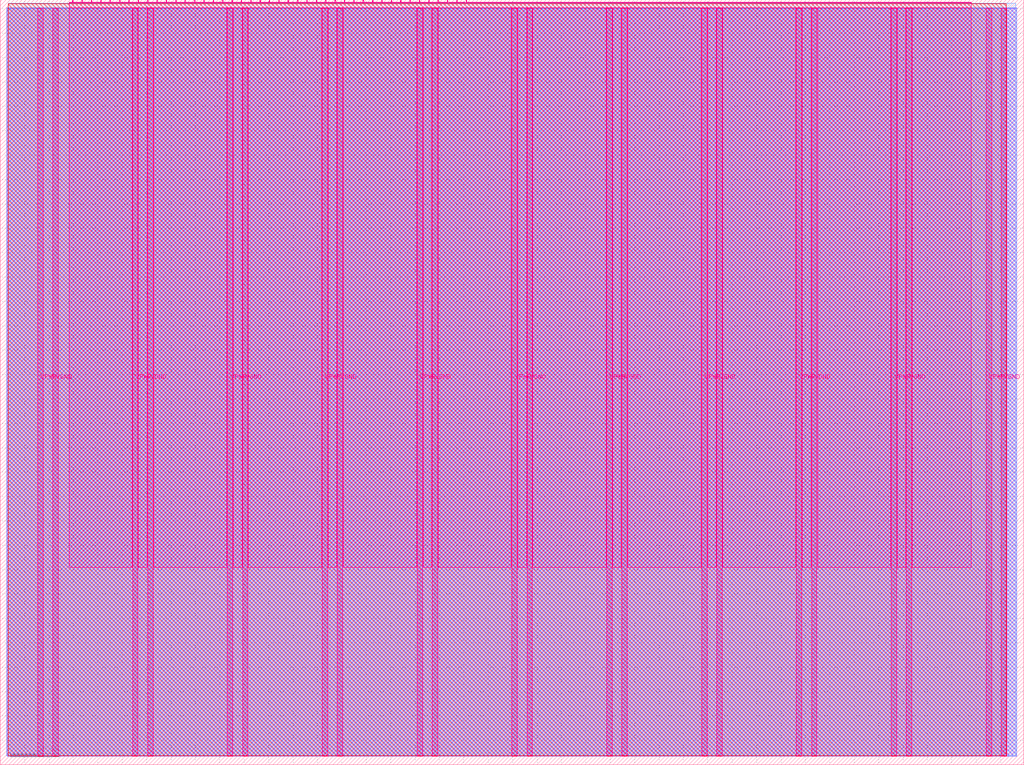
<source format=lef>
VERSION 5.7 ;
  NOWIREEXTENSIONATPIN ON ;
  DIVIDERCHAR "/" ;
  BUSBITCHARS "[]" ;
MACRO tt_um_iitbbs
  CLASS BLOCK ;
  FOREIGN tt_um_iitbbs ;
  ORIGIN 0.000 0.000 ;
  SIZE 419.520 BY 313.740 ;
  PIN VGND
    DIRECTION INOUT ;
    USE GROUND ;
    PORT
      LAYER Metal5 ;
        RECT 21.580 3.560 23.780 310.180 ;
    END
    PORT
      LAYER Metal5 ;
        RECT 60.450 3.560 62.650 310.180 ;
    END
    PORT
      LAYER Metal5 ;
        RECT 99.320 3.560 101.520 310.180 ;
    END
    PORT
      LAYER Metal5 ;
        RECT 138.190 3.560 140.390 310.180 ;
    END
    PORT
      LAYER Metal5 ;
        RECT 177.060 3.560 179.260 310.180 ;
    END
    PORT
      LAYER Metal5 ;
        RECT 215.930 3.560 218.130 310.180 ;
    END
    PORT
      LAYER Metal5 ;
        RECT 254.800 3.560 257.000 310.180 ;
    END
    PORT
      LAYER Metal5 ;
        RECT 293.670 3.560 295.870 310.180 ;
    END
    PORT
      LAYER Metal5 ;
        RECT 332.540 3.560 334.740 310.180 ;
    END
    PORT
      LAYER Metal5 ;
        RECT 371.410 3.560 373.610 310.180 ;
    END
    PORT
      LAYER Metal5 ;
        RECT 410.280 3.560 412.480 310.180 ;
    END
  END VGND
  PIN VPWR
    DIRECTION INOUT ;
    USE POWER ;
    PORT
      LAYER Metal5 ;
        RECT 15.380 3.560 17.580 310.180 ;
    END
    PORT
      LAYER Metal5 ;
        RECT 54.250 3.560 56.450 310.180 ;
    END
    PORT
      LAYER Metal5 ;
        RECT 93.120 3.560 95.320 310.180 ;
    END
    PORT
      LAYER Metal5 ;
        RECT 131.990 3.560 134.190 310.180 ;
    END
    PORT
      LAYER Metal5 ;
        RECT 170.860 3.560 173.060 310.180 ;
    END
    PORT
      LAYER Metal5 ;
        RECT 209.730 3.560 211.930 310.180 ;
    END
    PORT
      LAYER Metal5 ;
        RECT 248.600 3.560 250.800 310.180 ;
    END
    PORT
      LAYER Metal5 ;
        RECT 287.470 3.560 289.670 310.180 ;
    END
    PORT
      LAYER Metal5 ;
        RECT 326.340 3.560 328.540 310.180 ;
    END
    PORT
      LAYER Metal5 ;
        RECT 365.210 3.560 367.410 310.180 ;
    END
    PORT
      LAYER Metal5 ;
        RECT 404.080 3.560 406.280 310.180 ;
    END
  END VPWR
  PIN clk
    DIRECTION INPUT ;
    USE SIGNAL ;
    ANTENNAGATEAREA 0.213200 ;
    PORT
      LAYER Metal5 ;
        RECT 187.050 312.740 187.350 313.740 ;
    END
  END clk
  PIN ena
    DIRECTION INPUT ;
    USE SIGNAL ;
    PORT
      LAYER Metal5 ;
        RECT 190.890 312.740 191.190 313.740 ;
    END
  END ena
  PIN rst_n
    DIRECTION INPUT ;
    USE SIGNAL ;
    ANTENNAGATEAREA 0.213200 ;
    PORT
      LAYER Metal5 ;
        RECT 183.210 312.740 183.510 313.740 ;
    END
  END rst_n
  PIN ui_in[0]
    DIRECTION INPUT ;
    USE SIGNAL ;
    ANTENNAGATEAREA 0.314600 ;
    PORT
      LAYER Metal5 ;
        RECT 179.370 312.740 179.670 313.740 ;
    END
  END ui_in[0]
  PIN ui_in[1]
    DIRECTION INPUT ;
    USE SIGNAL ;
    ANTENNAGATEAREA 0.213200 ;
    PORT
      LAYER Metal5 ;
        RECT 175.530 312.740 175.830 313.740 ;
    END
  END ui_in[1]
  PIN ui_in[2]
    DIRECTION INPUT ;
    USE SIGNAL ;
    ANTENNAGATEAREA 0.213200 ;
    PORT
      LAYER Metal5 ;
        RECT 171.690 312.740 171.990 313.740 ;
    END
  END ui_in[2]
  PIN ui_in[3]
    DIRECTION INPUT ;
    USE SIGNAL ;
    ANTENNAGATEAREA 0.314600 ;
    PORT
      LAYER Metal5 ;
        RECT 167.850 312.740 168.150 313.740 ;
    END
  END ui_in[3]
  PIN ui_in[4]
    DIRECTION INPUT ;
    USE SIGNAL ;
    ANTENNAGATEAREA 0.213200 ;
    PORT
      LAYER Metal5 ;
        RECT 164.010 312.740 164.310 313.740 ;
    END
  END ui_in[4]
  PIN ui_in[5]
    DIRECTION INPUT ;
    USE SIGNAL ;
    ANTENNAGATEAREA 0.213200 ;
    PORT
      LAYER Metal5 ;
        RECT 160.170 312.740 160.470 313.740 ;
    END
  END ui_in[5]
  PIN ui_in[6]
    DIRECTION INPUT ;
    USE SIGNAL ;
    ANTENNAGATEAREA 0.180700 ;
    PORT
      LAYER Metal5 ;
        RECT 156.330 312.740 156.630 313.740 ;
    END
  END ui_in[6]
  PIN ui_in[7]
    DIRECTION INPUT ;
    USE SIGNAL ;
    ANTENNAGATEAREA 0.213200 ;
    PORT
      LAYER Metal5 ;
        RECT 152.490 312.740 152.790 313.740 ;
    END
  END ui_in[7]
  PIN uio_in[0]
    DIRECTION INPUT ;
    USE SIGNAL ;
    PORT
      LAYER Metal5 ;
        RECT 148.650 312.740 148.950 313.740 ;
    END
  END uio_in[0]
  PIN uio_in[1]
    DIRECTION INPUT ;
    USE SIGNAL ;
    PORT
      LAYER Metal5 ;
        RECT 144.810 312.740 145.110 313.740 ;
    END
  END uio_in[1]
  PIN uio_in[2]
    DIRECTION INPUT ;
    USE SIGNAL ;
    PORT
      LAYER Metal5 ;
        RECT 140.970 312.740 141.270 313.740 ;
    END
  END uio_in[2]
  PIN uio_in[3]
    DIRECTION INPUT ;
    USE SIGNAL ;
    PORT
      LAYER Metal5 ;
        RECT 137.130 312.740 137.430 313.740 ;
    END
  END uio_in[3]
  PIN uio_in[4]
    DIRECTION INPUT ;
    USE SIGNAL ;
    PORT
      LAYER Metal5 ;
        RECT 133.290 312.740 133.590 313.740 ;
    END
  END uio_in[4]
  PIN uio_in[5]
    DIRECTION INPUT ;
    USE SIGNAL ;
    PORT
      LAYER Metal5 ;
        RECT 129.450 312.740 129.750 313.740 ;
    END
  END uio_in[5]
  PIN uio_in[6]
    DIRECTION INPUT ;
    USE SIGNAL ;
    PORT
      LAYER Metal5 ;
        RECT 125.610 312.740 125.910 313.740 ;
    END
  END uio_in[6]
  PIN uio_in[7]
    DIRECTION INPUT ;
    USE SIGNAL ;
    PORT
      LAYER Metal5 ;
        RECT 121.770 312.740 122.070 313.740 ;
    END
  END uio_in[7]
  PIN uio_oe[0]
    DIRECTION OUTPUT ;
    USE SIGNAL ;
    ANTENNADIFFAREA 0.299200 ;
    PORT
      LAYER Metal5 ;
        RECT 56.490 312.740 56.790 313.740 ;
    END
  END uio_oe[0]
  PIN uio_oe[1]
    DIRECTION OUTPUT ;
    USE SIGNAL ;
    ANTENNADIFFAREA 0.299200 ;
    PORT
      LAYER Metal5 ;
        RECT 52.650 312.740 52.950 313.740 ;
    END
  END uio_oe[1]
  PIN uio_oe[2]
    DIRECTION OUTPUT ;
    USE SIGNAL ;
    ANTENNADIFFAREA 0.299200 ;
    PORT
      LAYER Metal5 ;
        RECT 48.810 312.740 49.110 313.740 ;
    END
  END uio_oe[2]
  PIN uio_oe[3]
    DIRECTION OUTPUT ;
    USE SIGNAL ;
    ANTENNADIFFAREA 0.299200 ;
    PORT
      LAYER Metal5 ;
        RECT 44.970 312.740 45.270 313.740 ;
    END
  END uio_oe[3]
  PIN uio_oe[4]
    DIRECTION OUTPUT ;
    USE SIGNAL ;
    ANTENNADIFFAREA 0.299200 ;
    PORT
      LAYER Metal5 ;
        RECT 41.130 312.740 41.430 313.740 ;
    END
  END uio_oe[4]
  PIN uio_oe[5]
    DIRECTION OUTPUT ;
    USE SIGNAL ;
    ANTENNADIFFAREA 0.299200 ;
    PORT
      LAYER Metal5 ;
        RECT 37.290 312.740 37.590 313.740 ;
    END
  END uio_oe[5]
  PIN uio_oe[6]
    DIRECTION OUTPUT ;
    USE SIGNAL ;
    ANTENNADIFFAREA 0.299200 ;
    PORT
      LAYER Metal5 ;
        RECT 33.450 312.740 33.750 313.740 ;
    END
  END uio_oe[6]
  PIN uio_oe[7]
    DIRECTION OUTPUT ;
    USE SIGNAL ;
    ANTENNADIFFAREA 0.299200 ;
    PORT
      LAYER Metal5 ;
        RECT 29.610 312.740 29.910 313.740 ;
    END
  END uio_oe[7]
  PIN uio_out[0]
    DIRECTION OUTPUT ;
    USE SIGNAL ;
    ANTENNADIFFAREA 0.299200 ;
    PORT
      LAYER Metal5 ;
        RECT 87.210 312.740 87.510 313.740 ;
    END
  END uio_out[0]
  PIN uio_out[1]
    DIRECTION OUTPUT ;
    USE SIGNAL ;
    ANTENNADIFFAREA 0.299200 ;
    PORT
      LAYER Metal5 ;
        RECT 83.370 312.740 83.670 313.740 ;
    END
  END uio_out[1]
  PIN uio_out[2]
    DIRECTION OUTPUT ;
    USE SIGNAL ;
    ANTENNADIFFAREA 0.299200 ;
    PORT
      LAYER Metal5 ;
        RECT 79.530 312.740 79.830 313.740 ;
    END
  END uio_out[2]
  PIN uio_out[3]
    DIRECTION OUTPUT ;
    USE SIGNAL ;
    ANTENNADIFFAREA 0.299200 ;
    PORT
      LAYER Metal5 ;
        RECT 75.690 312.740 75.990 313.740 ;
    END
  END uio_out[3]
  PIN uio_out[4]
    DIRECTION OUTPUT ;
    USE SIGNAL ;
    ANTENNADIFFAREA 0.299200 ;
    PORT
      LAYER Metal5 ;
        RECT 71.850 312.740 72.150 313.740 ;
    END
  END uio_out[4]
  PIN uio_out[5]
    DIRECTION OUTPUT ;
    USE SIGNAL ;
    ANTENNADIFFAREA 0.299200 ;
    PORT
      LAYER Metal5 ;
        RECT 68.010 312.740 68.310 313.740 ;
    END
  END uio_out[5]
  PIN uio_out[6]
    DIRECTION OUTPUT ;
    USE SIGNAL ;
    ANTENNADIFFAREA 0.299200 ;
    PORT
      LAYER Metal5 ;
        RECT 64.170 312.740 64.470 313.740 ;
    END
  END uio_out[6]
  PIN uio_out[7]
    DIRECTION OUTPUT ;
    USE SIGNAL ;
    ANTENNADIFFAREA 0.299200 ;
    PORT
      LAYER Metal5 ;
        RECT 60.330 312.740 60.630 313.740 ;
    END
  END uio_out[7]
  PIN uo_out[0]
    DIRECTION OUTPUT ;
    USE SIGNAL ;
    ANTENNADIFFAREA 1.124800 ;
    PORT
      LAYER Metal5 ;
        RECT 117.930 312.740 118.230 313.740 ;
    END
  END uo_out[0]
  PIN uo_out[1]
    DIRECTION OUTPUT ;
    USE SIGNAL ;
    ANTENNADIFFAREA 0.677200 ;
    PORT
      LAYER Metal5 ;
        RECT 114.090 312.740 114.390 313.740 ;
    END
  END uo_out[1]
  PIN uo_out[2]
    DIRECTION OUTPUT ;
    USE SIGNAL ;
    ANTENNADIFFAREA 0.677200 ;
    PORT
      LAYER Metal5 ;
        RECT 110.250 312.740 110.550 313.740 ;
    END
  END uo_out[2]
  PIN uo_out[3]
    DIRECTION OUTPUT ;
    USE SIGNAL ;
    ANTENNADIFFAREA 0.958400 ;
    PORT
      LAYER Metal5 ;
        RECT 106.410 312.740 106.710 313.740 ;
    END
  END uo_out[3]
  PIN uo_out[4]
    DIRECTION OUTPUT ;
    USE SIGNAL ;
    ANTENNADIFFAREA 0.677200 ;
    PORT
      LAYER Metal5 ;
        RECT 102.570 312.740 102.870 313.740 ;
    END
  END uo_out[4]
  PIN uo_out[5]
    DIRECTION OUTPUT ;
    USE SIGNAL ;
    ANTENNADIFFAREA 0.677200 ;
    PORT
      LAYER Metal5 ;
        RECT 98.730 312.740 99.030 313.740 ;
    END
  END uo_out[5]
  PIN uo_out[6]
    DIRECTION OUTPUT ;
    USE SIGNAL ;
    ANTENNADIFFAREA 0.958400 ;
    PORT
      LAYER Metal5 ;
        RECT 94.890 312.740 95.190 313.740 ;
    END
  END uo_out[6]
  PIN uo_out[7]
    DIRECTION OUTPUT ;
    USE SIGNAL ;
    ANTENNADIFFAREA 0.706800 ;
    PORT
      LAYER Metal5 ;
        RECT 91.050 312.740 91.350 313.740 ;
    END
  END uo_out[7]
  OBS
      LAYER GatPoly ;
        RECT 2.880 3.630 416.640 310.110 ;
      LAYER Metal1 ;
        RECT 2.880 3.560 416.640 310.180 ;
      LAYER Metal2 ;
        RECT 2.605 3.680 416.580 310.480 ;
      LAYER Metal3 ;
        RECT 3.260 3.635 416.260 312.205 ;
      LAYER Metal4 ;
        RECT 3.215 3.680 412.345 312.160 ;
      LAYER Metal5 ;
        RECT 28.220 312.530 29.400 312.740 ;
        RECT 30.120 312.530 33.240 312.740 ;
        RECT 33.960 312.530 37.080 312.740 ;
        RECT 37.800 312.530 40.920 312.740 ;
        RECT 41.640 312.530 44.760 312.740 ;
        RECT 45.480 312.530 48.600 312.740 ;
        RECT 49.320 312.530 52.440 312.740 ;
        RECT 53.160 312.530 56.280 312.740 ;
        RECT 57.000 312.530 60.120 312.740 ;
        RECT 60.840 312.530 63.960 312.740 ;
        RECT 64.680 312.530 67.800 312.740 ;
        RECT 68.520 312.530 71.640 312.740 ;
        RECT 72.360 312.530 75.480 312.740 ;
        RECT 76.200 312.530 79.320 312.740 ;
        RECT 80.040 312.530 83.160 312.740 ;
        RECT 83.880 312.530 87.000 312.740 ;
        RECT 87.720 312.530 90.840 312.740 ;
        RECT 91.560 312.530 94.680 312.740 ;
        RECT 95.400 312.530 98.520 312.740 ;
        RECT 99.240 312.530 102.360 312.740 ;
        RECT 103.080 312.530 106.200 312.740 ;
        RECT 106.920 312.530 110.040 312.740 ;
        RECT 110.760 312.530 113.880 312.740 ;
        RECT 114.600 312.530 117.720 312.740 ;
        RECT 118.440 312.530 121.560 312.740 ;
        RECT 122.280 312.530 125.400 312.740 ;
        RECT 126.120 312.530 129.240 312.740 ;
        RECT 129.960 312.530 133.080 312.740 ;
        RECT 133.800 312.530 136.920 312.740 ;
        RECT 137.640 312.530 140.760 312.740 ;
        RECT 141.480 312.530 144.600 312.740 ;
        RECT 145.320 312.530 148.440 312.740 ;
        RECT 149.160 312.530 152.280 312.740 ;
        RECT 153.000 312.530 156.120 312.740 ;
        RECT 156.840 312.530 159.960 312.740 ;
        RECT 160.680 312.530 163.800 312.740 ;
        RECT 164.520 312.530 167.640 312.740 ;
        RECT 168.360 312.530 171.480 312.740 ;
        RECT 172.200 312.530 175.320 312.740 ;
        RECT 176.040 312.530 179.160 312.740 ;
        RECT 179.880 312.530 183.000 312.740 ;
        RECT 183.720 312.530 186.840 312.740 ;
        RECT 187.560 312.530 190.680 312.740 ;
        RECT 191.400 312.530 398.020 312.740 ;
        RECT 28.220 310.390 398.020 312.530 ;
        RECT 28.220 80.915 54.040 310.390 ;
        RECT 56.660 80.915 60.240 310.390 ;
        RECT 62.860 80.915 92.910 310.390 ;
        RECT 95.530 80.915 99.110 310.390 ;
        RECT 101.730 80.915 131.780 310.390 ;
        RECT 134.400 80.915 137.980 310.390 ;
        RECT 140.600 80.915 170.650 310.390 ;
        RECT 173.270 80.915 176.850 310.390 ;
        RECT 179.470 80.915 209.520 310.390 ;
        RECT 212.140 80.915 215.720 310.390 ;
        RECT 218.340 80.915 248.390 310.390 ;
        RECT 251.010 80.915 254.590 310.390 ;
        RECT 257.210 80.915 287.260 310.390 ;
        RECT 289.880 80.915 293.460 310.390 ;
        RECT 296.080 80.915 326.130 310.390 ;
        RECT 328.750 80.915 332.330 310.390 ;
        RECT 334.950 80.915 365.000 310.390 ;
        RECT 367.620 80.915 371.200 310.390 ;
        RECT 373.820 80.915 398.020 310.390 ;
  END
END tt_um_iitbbs
END LIBRARY


</source>
